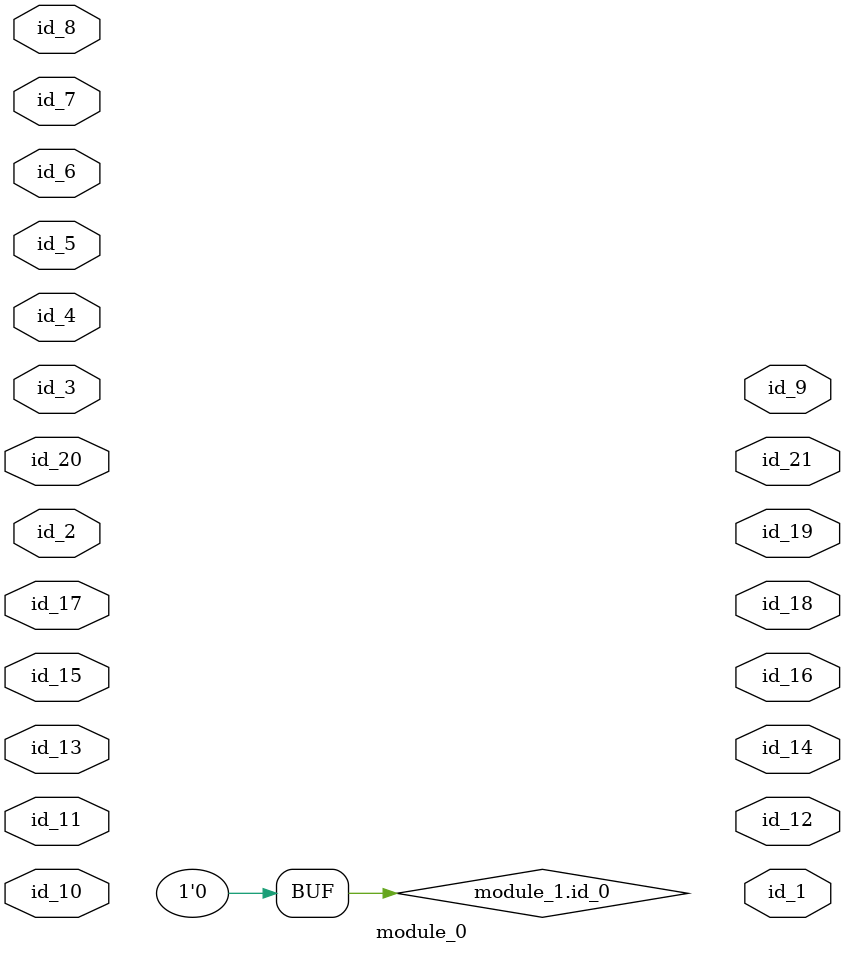
<source format=v>
module module_0 (
    id_1,
    id_2,
    id_3,
    id_4,
    id_5,
    id_6,
    id_7,
    id_8,
    id_9,
    id_10,
    id_11,
    id_12,
    id_13,
    id_14,
    id_15,
    id_16,
    id_17,
    id_18,
    id_19,
    id_20,
    id_21
);
  output wire id_21;
  inout wire id_20;
  output wire id_19;
  output wire id_18;
  input wire id_17;
  output wire id_16;
  input wire id_15;
  output wire id_14;
  inout wire id_13;
  output wire id_12;
  input wire id_11;
  input wire id_10;
  output wire id_9;
  assign module_1.id_0 = 0;
  input wire id_8;
  input wire id_7;
  input wire id_6;
  inout wire id_5;
  inout wire id_4;
  inout wire id_3;
  inout wire id_2;
  output wire id_1;
  wire id_22[-1 : -1];
endmodule
module module_1 (
    inout wire id_0,
    input wand id_1
);
  wire id_3;
  module_0 modCall_1 (
      id_3,
      id_3,
      id_3,
      id_3,
      id_3,
      id_3,
      id_3,
      id_3,
      id_3,
      id_3,
      id_3,
      id_3,
      id_3,
      id_3,
      id_3,
      id_3,
      id_3,
      id_3,
      id_3,
      id_3,
      id_3
  );
endmodule

</source>
